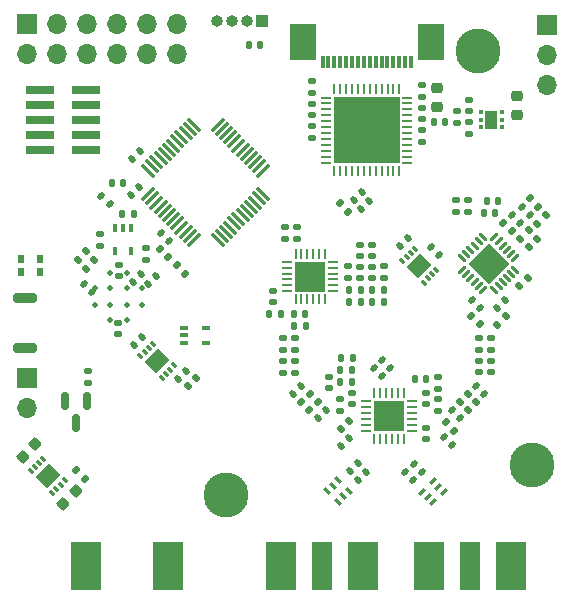
<source format=gbr>
%TF.GenerationSoftware,KiCad,Pcbnew,(6.0.4)*%
%TF.CreationDate,2023-05-19T00:46:40+09:00*%
%TF.ProjectId,RFB,5246422e-6b69-4636-9164-5f7063625858,rev?*%
%TF.SameCoordinates,Original*%
%TF.FileFunction,Soldermask,Top*%
%TF.FilePolarity,Negative*%
%FSLAX46Y46*%
G04 Gerber Fmt 4.6, Leading zero omitted, Abs format (unit mm)*
G04 Created by KiCad (PCBNEW (6.0.4)) date 2023-05-19 00:46:40*
%MOMM*%
%LPD*%
G01*
G04 APERTURE LIST*
G04 Aperture macros list*
%AMRoundRect*
0 Rectangle with rounded corners*
0 $1 Rounding radius*
0 $2 $3 $4 $5 $6 $7 $8 $9 X,Y pos of 4 corners*
0 Add a 4 corners polygon primitive as box body*
4,1,4,$2,$3,$4,$5,$6,$7,$8,$9,$2,$3,0*
0 Add four circle primitives for the rounded corners*
1,1,$1+$1,$2,$3*
1,1,$1+$1,$4,$5*
1,1,$1+$1,$6,$7*
1,1,$1+$1,$8,$9*
0 Add four rect primitives between the rounded corners*
20,1,$1+$1,$2,$3,$4,$5,0*
20,1,$1+$1,$4,$5,$6,$7,0*
20,1,$1+$1,$6,$7,$8,$9,0*
20,1,$1+$1,$8,$9,$2,$3,0*%
%AMRotRect*
0 Rectangle, with rotation*
0 The origin of the aperture is its center*
0 $1 length*
0 $2 width*
0 $3 Rotation angle, in degrees counterclockwise*
0 Add horizontal line*
21,1,$1,$2,0,0,$3*%
G04 Aperture macros list end*
%ADD10RoundRect,0.075000X-0.415425X-0.521491X0.521491X0.415425X0.415425X0.521491X-0.521491X-0.415425X0*%
%ADD11RoundRect,0.075000X0.415425X-0.521491X0.521491X-0.415425X-0.415425X0.521491X-0.521491X0.415425X0*%
%ADD12R,0.600000X0.750000*%
%ADD13RoundRect,0.135000X0.135000X0.185000X-0.135000X0.185000X-0.135000X-0.185000X0.135000X-0.185000X0*%
%ADD14RoundRect,0.140000X0.021213X-0.219203X0.219203X-0.021213X-0.021213X0.219203X-0.219203X0.021213X0*%
%ADD15RoundRect,0.140000X-0.021213X0.219203X-0.219203X0.021213X0.021213X-0.219203X0.219203X-0.021213X0*%
%ADD16R,1.780000X4.190000*%
%ADD17R,2.665000X4.190000*%
%ADD18RoundRect,0.135000X0.185000X-0.135000X0.185000X0.135000X-0.185000X0.135000X-0.185000X-0.135000X0*%
%ADD19RoundRect,0.135000X-0.135000X-0.185000X0.135000X-0.185000X0.135000X0.185000X-0.135000X0.185000X0*%
%ADD20C,2.600000*%
%ADD21C,3.800000*%
%ADD22RoundRect,0.140000X-0.170000X0.140000X-0.170000X-0.140000X0.170000X-0.140000X0.170000X0.140000X0*%
%ADD23RoundRect,0.135000X0.226274X0.035355X0.035355X0.226274X-0.226274X-0.035355X-0.035355X-0.226274X0*%
%ADD24RoundRect,0.140000X0.140000X0.170000X-0.140000X0.170000X-0.140000X-0.170000X0.140000X-0.170000X0*%
%ADD25RoundRect,0.087500X0.185616X-0.061872X-0.061872X0.185616X-0.185616X0.061872X0.061872X-0.185616X0*%
%ADD26RotRect,1.400000X1.600000X135.000000*%
%ADD27RoundRect,0.135000X-0.185000X0.135000X-0.185000X-0.135000X0.185000X-0.135000X0.185000X0.135000X0*%
%ADD28RoundRect,0.225000X0.017678X-0.335876X0.335876X-0.017678X-0.017678X0.335876X-0.335876X0.017678X0*%
%ADD29RoundRect,0.140000X0.170000X-0.140000X0.170000X0.140000X-0.170000X0.140000X-0.170000X-0.140000X0*%
%ADD30R,2.400000X0.740000*%
%ADD31RoundRect,0.135000X-0.035355X0.226274X-0.226274X0.035355X0.035355X-0.226274X0.226274X-0.035355X0*%
%ADD32R,1.700000X1.700000*%
%ADD33O,1.700000X1.700000*%
%ADD34RoundRect,0.087500X-0.185616X0.061872X0.061872X-0.185616X0.185616X-0.061872X-0.061872X0.185616X0*%
%ADD35RotRect,1.400000X1.600000X315.000000*%
%ADD36RoundRect,0.140000X-0.140000X-0.170000X0.140000X-0.170000X0.140000X0.170000X-0.140000X0.170000X0*%
%ADD37RoundRect,0.062500X0.062500X-0.375000X0.062500X0.375000X-0.062500X0.375000X-0.062500X-0.375000X0*%
%ADD38RoundRect,0.062500X0.375000X-0.062500X0.375000X0.062500X-0.375000X0.062500X-0.375000X-0.062500X0*%
%ADD39R,2.500000X2.500000*%
%ADD40R,0.650000X0.400000*%
%ADD41RoundRect,0.140000X-0.219203X-0.021213X-0.021213X-0.219203X0.219203X0.021213X0.021213X0.219203X0*%
%ADD42RoundRect,0.147500X0.017678X-0.226274X0.226274X-0.017678X-0.017678X0.226274X-0.226274X0.017678X0*%
%ADD43RoundRect,0.200000X0.800000X-0.200000X0.800000X0.200000X-0.800000X0.200000X-0.800000X-0.200000X0*%
%ADD44RoundRect,0.062500X0.309359X-0.220971X-0.220971X0.309359X-0.309359X0.220971X0.220971X-0.309359X0*%
%ADD45RoundRect,0.062500X0.309359X0.220971X0.220971X0.309359X-0.309359X-0.220971X-0.220971X-0.309359X0*%
%ADD46RotRect,2.500000X2.500000X135.000000*%
%ADD47RoundRect,0.135000X0.035355X-0.226274X0.226274X-0.035355X-0.035355X0.226274X-0.226274X0.035355X0*%
%ADD48RoundRect,0.147500X0.226274X0.017678X0.017678X0.226274X-0.226274X-0.017678X-0.017678X-0.226274X0*%
%ADD49RoundRect,0.140000X0.219203X0.021213X0.021213X0.219203X-0.219203X-0.021213X-0.021213X-0.219203X0*%
%ADD50RoundRect,0.093750X-0.093750X-0.106250X0.093750X-0.106250X0.093750X0.106250X-0.093750X0.106250X0*%
%ADD51R,1.000000X1.600000*%
%ADD52RotRect,0.350000X0.700000X135.000000*%
%ADD53RoundRect,0.225000X0.250000X-0.225000X0.250000X0.225000X-0.250000X0.225000X-0.250000X-0.225000X0*%
%ADD54RoundRect,0.062500X0.375000X0.062500X-0.375000X0.062500X-0.375000X-0.062500X0.375000X-0.062500X0*%
%ADD55RoundRect,0.062500X0.062500X0.375000X-0.062500X0.375000X-0.062500X-0.375000X0.062500X-0.375000X0*%
%ADD56RoundRect,0.150000X-0.150000X0.587500X-0.150000X-0.587500X0.150000X-0.587500X0.150000X0.587500X0*%
%ADD57R,0.400000X0.650000*%
%ADD58RoundRect,0.062500X-0.375000X-0.062500X0.375000X-0.062500X0.375000X0.062500X-0.375000X0.062500X0*%
%ADD59RoundRect,0.062500X-0.062500X-0.375000X0.062500X-0.375000X0.062500X0.375000X-0.062500X0.375000X0*%
%ADD60R,5.600000X5.600000*%
%ADD61RoundRect,0.135000X-0.226274X-0.035355X-0.035355X-0.226274X0.226274X0.035355X0.035355X0.226274X0*%
%ADD62RotRect,0.350000X0.700000X45.000000*%
%ADD63R,1.000000X1.000000*%
%ADD64O,1.000000X1.000000*%
%ADD65R,0.300000X1.100000*%
%ADD66R,2.300000X3.100000*%
%ADD67C,0.500000*%
G04 APERTURE END LIST*
D10*
%TO.C,U11*%
X45200924Y-72575988D03*
X45554478Y-72929542D03*
X45908031Y-73283095D03*
X46261585Y-73636649D03*
X46615138Y-73990202D03*
X46968691Y-74343755D03*
X47322245Y-74697309D03*
X47675798Y-75050862D03*
X48029351Y-75404415D03*
X48382905Y-75757969D03*
X48736458Y-76111522D03*
X49090012Y-76465076D03*
D11*
X51087588Y-76465076D03*
X51441142Y-76111522D03*
X51794695Y-75757969D03*
X52148249Y-75404415D03*
X52501802Y-75050862D03*
X52855355Y-74697309D03*
X53208909Y-74343755D03*
X53562462Y-73990202D03*
X53916015Y-73636649D03*
X54269569Y-73283095D03*
X54623122Y-72929542D03*
X54976676Y-72575988D03*
D10*
X54976676Y-70578412D03*
X54623122Y-70224858D03*
X54269569Y-69871305D03*
X53916015Y-69517751D03*
X53562462Y-69164198D03*
X53208909Y-68810645D03*
X52855355Y-68457091D03*
X52501802Y-68103538D03*
X52148249Y-67749985D03*
X51794695Y-67396431D03*
X51441142Y-67042878D03*
X51087588Y-66689324D03*
D11*
X49090012Y-66689324D03*
X48736458Y-67042878D03*
X48382905Y-67396431D03*
X48029351Y-67749985D03*
X47675798Y-68103538D03*
X47322245Y-68457091D03*
X46968691Y-68810645D03*
X46615138Y-69164198D03*
X46261585Y-69517751D03*
X45908031Y-69871305D03*
X45554478Y-70224858D03*
X45200924Y-70578412D03*
%TD*%
D12*
%TO.C,U1*%
X34442400Y-79158800D03*
X36092400Y-79158800D03*
X36092400Y-78028800D03*
X34442400Y-78028800D03*
%TD*%
D13*
%TO.C,R9*%
X44045600Y-74269600D03*
X43025600Y-74269600D03*
%TD*%
D14*
%TO.C,C74*%
X61563878Y-93896822D03*
X62242700Y-93218000D03*
%TD*%
D15*
%TO.C,C31*%
X44577000Y-79298800D03*
X43898178Y-79977622D03*
%TD*%
D16*
%TO.C,J1*%
X72453500Y-104038400D03*
D17*
X75946000Y-104038400D03*
X68961000Y-104038400D03*
%TD*%
D18*
%TO.C,R31*%
X73266300Y-85777800D03*
X73266300Y-84757800D03*
%TD*%
D19*
%TO.C,R21*%
X62207500Y-81677200D03*
X63227500Y-81677200D03*
%TD*%
D20*
%TO.C,H1*%
X77673200Y-95478600D03*
D21*
X77673200Y-95478600D03*
%TD*%
D22*
%TO.C,C55*%
X64192700Y-76851200D03*
X64192700Y-77811200D03*
%TD*%
D23*
%TO.C,R46*%
X39827200Y-96647000D03*
X39105952Y-95925752D03*
%TD*%
D24*
%TO.C,C65*%
X68745100Y-88188800D03*
X67785100Y-88188800D03*
%TD*%
D22*
%TO.C,C53*%
X55778400Y-80774600D03*
X55778400Y-81734600D03*
%TD*%
D16*
%TO.C,J2*%
X59931300Y-104038400D03*
D17*
X56438800Y-104038400D03*
X63423800Y-104038400D03*
%TD*%
D22*
%TO.C,C12*%
X72374700Y-64567400D03*
X72374700Y-65527400D03*
%TD*%
D25*
%TO.C,U10*%
X37093025Y-97862200D03*
X37446578Y-97508647D03*
X37800132Y-97155093D03*
X38153685Y-96801540D03*
X36332885Y-94980740D03*
X35979332Y-95334293D03*
X35625778Y-95687847D03*
X35272225Y-96041400D03*
D26*
X36712955Y-96421470D03*
%TD*%
D27*
%TO.C,R6*%
X45034200Y-77163200D03*
X45034200Y-78183200D03*
%TD*%
D28*
%TO.C,C89*%
X38024072Y-98810218D03*
X39120088Y-97714202D03*
%TD*%
D22*
%TO.C,C35*%
X59055000Y-63020000D03*
X59055000Y-63980000D03*
%TD*%
%TO.C,C36*%
X59055000Y-64925000D03*
X59055000Y-65885000D03*
%TD*%
D15*
%TO.C,C61*%
X62968401Y-95348055D03*
X62289579Y-96026877D03*
%TD*%
D22*
%TO.C,C72*%
X60502800Y-88039000D03*
X60502800Y-88999000D03*
%TD*%
D18*
%TO.C,R71*%
X72374700Y-67485800D03*
X72374700Y-66465800D03*
%TD*%
D29*
%TO.C,C79*%
X73266300Y-87655400D03*
X73266300Y-86695400D03*
%TD*%
D30*
%TO.C,J8*%
X36048400Y-63779400D03*
X39948400Y-63779400D03*
X36048400Y-65049400D03*
X39948400Y-65049400D03*
X36048400Y-66319400D03*
X39948400Y-66319400D03*
X36048400Y-67589400D03*
X39948400Y-67589400D03*
X36048400Y-68859400D03*
X39948400Y-68859400D03*
%TD*%
D18*
%TO.C,R13*%
X57619900Y-85800000D03*
X57619900Y-84780000D03*
%TD*%
D31*
%TO.C,R62*%
X39984624Y-77388776D03*
X39263376Y-78110024D03*
%TD*%
D32*
%TO.C,J9*%
X34950400Y-88138000D03*
D33*
X34950400Y-90678000D03*
%TD*%
D22*
%TO.C,C15*%
X42697400Y-83489800D03*
X42697400Y-84449800D03*
%TD*%
D20*
%TO.C,H2*%
X73126600Y-60452000D03*
D21*
X73126600Y-60452000D03*
%TD*%
D23*
%TO.C,R11*%
X62146124Y-74071424D03*
X61424876Y-73350176D03*
%TD*%
D34*
%TO.C,U22*%
X45619330Y-85249470D03*
X45265777Y-85603023D03*
X44912223Y-85956577D03*
X44558670Y-86310130D03*
X46379470Y-88130930D03*
X46733023Y-87777377D03*
X47086577Y-87423823D03*
X47440130Y-87070270D03*
D35*
X45999400Y-86690200D03*
%TD*%
D18*
%TO.C,R17*%
X62160700Y-79696000D03*
X62160700Y-78676000D03*
%TD*%
D19*
%TO.C,R15*%
X57529000Y-83769200D03*
X58549000Y-83769200D03*
%TD*%
%TO.C,R25*%
X61567600Y-86410800D03*
X62587600Y-86410800D03*
%TD*%
D15*
%TO.C,C40*%
X63293311Y-72380789D03*
X62614489Y-73059611D03*
%TD*%
D36*
%TO.C,C82*%
X73621900Y-74142600D03*
X74581900Y-74142600D03*
%TD*%
D37*
%TO.C,U7*%
X57694700Y-81481100D03*
X58194700Y-81481100D03*
X58694700Y-81481100D03*
X59194700Y-81481100D03*
X59694700Y-81481100D03*
X60194700Y-81481100D03*
D38*
X60882200Y-80793600D03*
X60882200Y-80293600D03*
X60882200Y-79793600D03*
X60882200Y-79293600D03*
X60882200Y-78793600D03*
X60882200Y-78293600D03*
D37*
X60194700Y-77606100D03*
X59694700Y-77606100D03*
X59194700Y-77606100D03*
X58694700Y-77606100D03*
X58194700Y-77606100D03*
X57694700Y-77606100D03*
D38*
X57007200Y-78293600D03*
X57007200Y-78793600D03*
X57007200Y-79293600D03*
X57007200Y-79793600D03*
X57007200Y-80293600D03*
X57007200Y-80793600D03*
D39*
X58944700Y-79543600D03*
%TD*%
D40*
%TO.C,U12*%
X48249800Y-83881200D03*
X48249800Y-84531200D03*
X48249800Y-85181200D03*
X50149800Y-85181200D03*
X50149800Y-83881200D03*
%TD*%
D29*
%TO.C,C44*%
X68409800Y-68130900D03*
X68409800Y-67170900D03*
%TD*%
D15*
%TO.C,C143*%
X44697022Y-84690578D03*
X44018200Y-85369400D03*
%TD*%
D29*
%TO.C,C51*%
X56603900Y-87670400D03*
X56603900Y-86710400D03*
%TD*%
D22*
%TO.C,C57*%
X63176700Y-78730800D03*
X63176700Y-79690800D03*
%TD*%
D41*
%TO.C,C6*%
X41265789Y-72736389D03*
X41944611Y-73415211D03*
%TD*%
D19*
%TO.C,R20*%
X64137900Y-80661200D03*
X65157900Y-80661200D03*
%TD*%
D42*
%TO.C,L7*%
X71608464Y-90162638D03*
X72294358Y-89476744D03*
%TD*%
D22*
%TO.C,C45*%
X68409800Y-63360900D03*
X68409800Y-64320900D03*
%TD*%
D41*
%TO.C,C101*%
X46320389Y-75860589D03*
X46999211Y-76539411D03*
%TD*%
D34*
%TO.C,U20*%
X67806230Y-77174316D03*
X67452677Y-77527869D03*
X67099123Y-77881423D03*
X66745570Y-78234976D03*
X68566370Y-80055776D03*
X68919923Y-79702223D03*
X69273477Y-79348669D03*
X69627030Y-78995116D03*
D35*
X68186300Y-78615046D03*
%TD*%
D41*
%TO.C,C86*%
X76830692Y-73682832D03*
X77509514Y-74361654D03*
%TD*%
D15*
%TO.C,C41*%
X63953711Y-73142789D03*
X63274889Y-73821611D03*
%TD*%
D18*
%TO.C,R70*%
X71358700Y-66524600D03*
X71358700Y-65504600D03*
%TD*%
D41*
%TO.C,C81*%
X72622089Y-81499389D03*
X73300911Y-82178211D03*
%TD*%
D43*
%TO.C,SW1*%
X34823400Y-85589800D03*
X34823400Y-81389800D03*
%TD*%
D44*
%TO.C,U9*%
X74539836Y-80719620D03*
X74893389Y-80366066D03*
X75246943Y-80012513D03*
X75600496Y-79658960D03*
X75954049Y-79305406D03*
X76307603Y-78951853D03*
D45*
X76307603Y-77979581D03*
X75954049Y-77626028D03*
X75600496Y-77272474D03*
X75246943Y-76918921D03*
X74893389Y-76565368D03*
X74539836Y-76211814D03*
D44*
X73567564Y-76211814D03*
X73214011Y-76565368D03*
X72860457Y-76918921D03*
X72506904Y-77272474D03*
X72153351Y-77626028D03*
X71799797Y-77979581D03*
D45*
X71799797Y-78951853D03*
X72153351Y-79305406D03*
X72506904Y-79658960D03*
X72860457Y-80012513D03*
X73214011Y-80366066D03*
X73567564Y-80719620D03*
D46*
X74053700Y-78465717D03*
%TD*%
D15*
%TO.C,C47*%
X60261500Y-90881200D03*
X59582678Y-91560022D03*
%TD*%
D41*
%TO.C,C85*%
X76009500Y-74295000D03*
X76688322Y-74973822D03*
%TD*%
D47*
%TO.C,R54*%
X48559776Y-88854224D03*
X49281024Y-88132976D03*
%TD*%
D36*
%TO.C,C2*%
X42166600Y-71602600D03*
X43126600Y-71602600D03*
%TD*%
D19*
%TO.C,R16*%
X55446200Y-82727800D03*
X56466200Y-82727800D03*
%TD*%
D48*
%TO.C,L4*%
X59579001Y-90162781D03*
X58893107Y-89476887D03*
%TD*%
D36*
%TO.C,C52*%
X57559000Y-82727800D03*
X58519000Y-82727800D03*
%TD*%
D22*
%TO.C,C58*%
X64192700Y-78736000D03*
X64192700Y-79696000D03*
%TD*%
D47*
%TO.C,R39*%
X76644500Y-80365600D03*
X77365748Y-79644352D03*
%TD*%
D29*
%TO.C,C16*%
X42773600Y-79496800D03*
X42773600Y-78536800D03*
%TD*%
D27*
%TO.C,R42*%
X57855900Y-75348600D03*
X57855900Y-76368600D03*
%TD*%
D49*
%TO.C,C123*%
X69837300Y-77698600D03*
X69158478Y-77019778D03*
%TD*%
%TO.C,C77*%
X73693156Y-89478017D03*
X73014334Y-88799195D03*
%TD*%
D50*
%TO.C,IC9*%
X73368300Y-65606200D03*
X73368300Y-66256200D03*
X73368300Y-66906200D03*
X75143300Y-66906200D03*
X75143300Y-66256200D03*
X75143300Y-65606200D03*
D51*
X74255800Y-66256200D03*
%TD*%
D15*
%TO.C,C129*%
X47768189Y-88223411D03*
X48447011Y-87544589D03*
%TD*%
D36*
%TO.C,C83*%
X73878500Y-73152000D03*
X74838500Y-73152000D03*
%TD*%
D22*
%TO.C,C66*%
X62444500Y-89417200D03*
X62444500Y-90377200D03*
%TD*%
D49*
%TO.C,C71*%
X70947922Y-93820622D03*
X70269100Y-93141800D03*
%TD*%
D32*
%TO.C,J7*%
X34950400Y-58166000D03*
D33*
X34950400Y-60706000D03*
X37490400Y-58166000D03*
X37490400Y-60706000D03*
X40030400Y-58166000D03*
X40030400Y-60706000D03*
X42570400Y-58166000D03*
X42570400Y-60706000D03*
X45110400Y-58166000D03*
X45110400Y-60706000D03*
X47650400Y-58166000D03*
X47650400Y-60706000D03*
%TD*%
D52*
%TO.C,FL2*%
X70241003Y-97782278D03*
X69781384Y-97322658D03*
X69321764Y-96863039D03*
X68437881Y-97746922D03*
X68897500Y-98206542D03*
X69357120Y-98666161D03*
%TD*%
D41*
%TO.C,C64*%
X64299857Y-87288599D03*
X64978679Y-87967421D03*
%TD*%
D27*
%TO.C,R28*%
X69735700Y-89939400D03*
X69735700Y-90959400D03*
%TD*%
D49*
%TO.C,C63*%
X65697100Y-87249000D03*
X65018278Y-86570178D03*
%TD*%
D18*
%TO.C,R30*%
X74282300Y-85777800D03*
X74282300Y-84757800D03*
%TD*%
D15*
%TO.C,C133*%
X67188722Y-76285224D03*
X66509900Y-76964046D03*
%TD*%
D53*
%TO.C,C120*%
X76403200Y-65849800D03*
X76403200Y-64299800D03*
%TD*%
D47*
%TO.C,R38*%
X77426876Y-77068624D03*
X78148124Y-76347376D03*
%TD*%
D49*
%TO.C,C60*%
X68374597Y-96070916D03*
X67695775Y-95392094D03*
%TD*%
D14*
%TO.C,C62*%
X63011678Y-96741622D03*
X63690500Y-96062800D03*
%TD*%
D54*
%TO.C,U8*%
X67531600Y-92592400D03*
X67531600Y-92092400D03*
X67531600Y-91592400D03*
X67531600Y-91092400D03*
X67531600Y-90592400D03*
X67531600Y-90092400D03*
D55*
X66844100Y-89404900D03*
X66344100Y-89404900D03*
X65844100Y-89404900D03*
X65344100Y-89404900D03*
X64844100Y-89404900D03*
X64344100Y-89404900D03*
D54*
X63656600Y-90092400D03*
X63656600Y-90592400D03*
X63656600Y-91092400D03*
X63656600Y-91592400D03*
X63656600Y-92092400D03*
X63656600Y-92592400D03*
D55*
X64344100Y-93279900D03*
X64844100Y-93279900D03*
X65344100Y-93279900D03*
X65844100Y-93279900D03*
X66344100Y-93279900D03*
X66844100Y-93279900D03*
D39*
X65594100Y-91342400D03*
%TD*%
D31*
%TO.C,R8*%
X40645024Y-78176176D03*
X39923776Y-78897424D03*
%TD*%
D27*
%TO.C,R40*%
X72301100Y-73023000D03*
X72301100Y-74043000D03*
%TD*%
D48*
%TO.C,L5*%
X58860581Y-90881200D03*
X58174687Y-90195306D03*
%TD*%
D19*
%TO.C,R24*%
X61476700Y-87426800D03*
X62496700Y-87426800D03*
%TD*%
D18*
%TO.C,R43*%
X56839900Y-76368600D03*
X56839900Y-75348600D03*
%TD*%
D13*
%TO.C,R22*%
X65159900Y-81677200D03*
X64139900Y-81677200D03*
%TD*%
D18*
%TO.C,R14*%
X56603900Y-85798000D03*
X56603900Y-84778000D03*
%TD*%
D32*
%TO.C,J6*%
X78994000Y-58216800D03*
D33*
X78994000Y-60756800D03*
X78994000Y-63296800D03*
%TD*%
D14*
%TO.C,C14*%
X45168178Y-80206222D03*
X45847000Y-79527400D03*
%TD*%
%TO.C,C94*%
X43821978Y-69563622D03*
X44500800Y-68884800D03*
%TD*%
D18*
%TO.C,R45*%
X40081200Y-88544401D03*
X40081200Y-87524401D03*
%TD*%
D29*
%TO.C,C78*%
X74282300Y-87655400D03*
X74282300Y-86695400D03*
%TD*%
D23*
%TO.C,R35*%
X78229348Y-73644648D03*
X77508100Y-72923400D03*
%TD*%
D42*
%TO.C,L6*%
X72328581Y-90879362D03*
X73014475Y-90193468D03*
%TD*%
D49*
%TO.C,C18*%
X40462200Y-80822800D03*
X39783378Y-80143978D03*
%TD*%
D47*
%TO.C,R37*%
X78168500Y-75082400D03*
X78889748Y-74361152D03*
%TD*%
D13*
%TO.C,R19*%
X63229500Y-80661200D03*
X62209500Y-80661200D03*
%TD*%
D15*
%TO.C,C49*%
X58176242Y-88799619D03*
X57497420Y-89478441D03*
%TD*%
D36*
%TO.C,C130*%
X69408100Y-66446400D03*
X70368100Y-66446400D03*
%TD*%
D56*
%TO.C,Q1*%
X40066000Y-90045300D03*
X38166000Y-90045300D03*
X39116000Y-91920300D03*
%TD*%
D31*
%TO.C,R36*%
X77431900Y-75641200D03*
X76710652Y-76362448D03*
%TD*%
D57*
%TO.C,U5*%
X43728397Y-75472400D03*
X43078397Y-75472400D03*
X42428397Y-75472400D03*
X42428397Y-77372400D03*
X43728397Y-77372400D03*
%TD*%
D14*
%TO.C,C80*%
X74790300Y-82194400D03*
X75469122Y-81515578D03*
%TD*%
D22*
%TO.C,C37*%
X59055000Y-66830000D03*
X59055000Y-67790000D03*
%TD*%
D24*
%TO.C,C67*%
X62456000Y-88442800D03*
X61496000Y-88442800D03*
%TD*%
D23*
%TO.C,R34*%
X76009500Y-75717400D03*
X75288252Y-74996152D03*
%TD*%
D47*
%TO.C,R32*%
X74790300Y-83616800D03*
X75511548Y-82895552D03*
%TD*%
D53*
%TO.C,C139*%
X69684900Y-65164000D03*
X69684900Y-63614000D03*
%TD*%
D18*
%TO.C,R41*%
X71263700Y-74043000D03*
X71263700Y-73023000D03*
%TD*%
D58*
%TO.C,IC3*%
X60298700Y-64392900D03*
X60298700Y-64892900D03*
X60298700Y-65392900D03*
X60298700Y-65892900D03*
X60298700Y-66392900D03*
X60298700Y-66892900D03*
X60298700Y-67392900D03*
X60298700Y-67892900D03*
X60298700Y-68392900D03*
X60298700Y-68892900D03*
X60298700Y-69392900D03*
X60298700Y-69892900D03*
D59*
X60986200Y-70580400D03*
X61486200Y-70580400D03*
X61986200Y-70580400D03*
X62486200Y-70580400D03*
X62986200Y-70580400D03*
X63486200Y-70580400D03*
X63986200Y-70580400D03*
X64486200Y-70580400D03*
X64986200Y-70580400D03*
X65486200Y-70580400D03*
X65986200Y-70580400D03*
X66486200Y-70580400D03*
D58*
X67173700Y-69892900D03*
X67173700Y-69392900D03*
X67173700Y-68892900D03*
X67173700Y-68392900D03*
X67173700Y-67892900D03*
X67173700Y-67392900D03*
X67173700Y-66892900D03*
X67173700Y-66392900D03*
X67173700Y-65892900D03*
X67173700Y-65392900D03*
X67173700Y-64892900D03*
X67173700Y-64392900D03*
D59*
X66486200Y-63705400D03*
X65986200Y-63705400D03*
X65486200Y-63705400D03*
X64986200Y-63705400D03*
X64486200Y-63705400D03*
X63986200Y-63705400D03*
X63486200Y-63705400D03*
X62986200Y-63705400D03*
X62486200Y-63705400D03*
X61986200Y-63705400D03*
X61486200Y-63705400D03*
X60986200Y-63705400D03*
D60*
X63736200Y-67142900D03*
%TD*%
D61*
%TO.C,R33*%
X72570452Y-82870152D03*
X73291700Y-83591400D03*
%TD*%
D24*
%TO.C,C92*%
X54683600Y-59969400D03*
X53723600Y-59969400D03*
%TD*%
D31*
%TO.C,R27*%
X62242700Y-91770200D03*
X61521452Y-92491448D03*
%TD*%
D22*
%TO.C,C46*%
X68409800Y-65263300D03*
X68409800Y-66223300D03*
%TD*%
D27*
%TO.C,R29*%
X61429900Y-89914000D03*
X61429900Y-90934000D03*
%TD*%
D41*
%TO.C,C59*%
X66981032Y-96114191D03*
X67659854Y-96793013D03*
%TD*%
D22*
%TO.C,C73*%
X69735700Y-88064400D03*
X69735700Y-89024400D03*
%TD*%
D27*
%TO.C,R10*%
X41122600Y-75916600D03*
X41122600Y-76936600D03*
%TD*%
D49*
%TO.C,C75*%
X71608322Y-91560022D03*
X70929500Y-90881200D03*
%TD*%
D18*
%TO.C,R18*%
X65208700Y-79696000D03*
X65208700Y-78676000D03*
%TD*%
D62*
%TO.C,FL3*%
X61272661Y-98607639D03*
X61732281Y-98148020D03*
X62191900Y-97688400D03*
X61308017Y-96804517D03*
X60848397Y-97264136D03*
X60388778Y-97723756D03*
%TD*%
D22*
%TO.C,C68*%
X68743700Y-89417200D03*
X68743700Y-90377200D03*
%TD*%
D29*
%TO.C,C50*%
X57619900Y-87675600D03*
X57619900Y-86715600D03*
%TD*%
D21*
%TO.C,H3*%
X51765200Y-98018600D03*
D20*
X51765200Y-98018600D03*
%TD*%
D28*
%TO.C,C88*%
X34580192Y-94858208D03*
X35676208Y-93762192D03*
%TD*%
D63*
%TO.C,J5*%
X54813200Y-57886600D03*
D64*
X53543200Y-57886600D03*
X52273200Y-57886600D03*
X51003200Y-57886600D03*
%TD*%
D61*
%TO.C,R26*%
X70411452Y-91861752D03*
X71132700Y-92583000D03*
%TD*%
D65*
%TO.C,J4*%
X67478600Y-61395600D03*
X66978600Y-61395600D03*
X66478600Y-61395600D03*
X65978600Y-61395600D03*
X65478600Y-61395600D03*
X64978600Y-61395600D03*
X64478600Y-61395600D03*
X63978600Y-61395600D03*
X63478600Y-61395600D03*
X62978600Y-61395600D03*
X62478600Y-61395600D03*
X61978600Y-61395600D03*
X61478600Y-61395600D03*
X60978600Y-61395600D03*
X60478600Y-61395600D03*
X59978600Y-61395600D03*
D66*
X58308600Y-59695600D03*
X69148600Y-59695600D03*
%TD*%
D29*
%TO.C,C70*%
X68745100Y-93314400D03*
X68745100Y-92354400D03*
%TD*%
D22*
%TO.C,C54*%
X63176700Y-76851200D03*
X63176700Y-77811200D03*
%TD*%
D61*
%TO.C,R53*%
X47619976Y-78582576D03*
X48341224Y-79303824D03*
%TD*%
D17*
%TO.C,J3*%
X46926500Y-104038400D03*
X39941500Y-104038400D03*
%TD*%
D67*
%TO.C,U4*%
X43422800Y-83203800D03*
X43452800Y-79203800D03*
X40722800Y-80473800D03*
X41992800Y-83203800D03*
X43452800Y-80473800D03*
X41992800Y-80473800D03*
X44722800Y-81933800D03*
X43452800Y-81933800D03*
X41992800Y-81933800D03*
X44722800Y-80473800D03*
X41992800Y-79203800D03*
X40722800Y-81933800D03*
%TD*%
D48*
%TO.C,D1*%
X46926547Y-77889147D03*
X46240653Y-77203253D03*
%TD*%
D15*
%TO.C,C93*%
X44450000Y-71958200D03*
X43771178Y-72637022D03*
%TD*%
M02*

</source>
